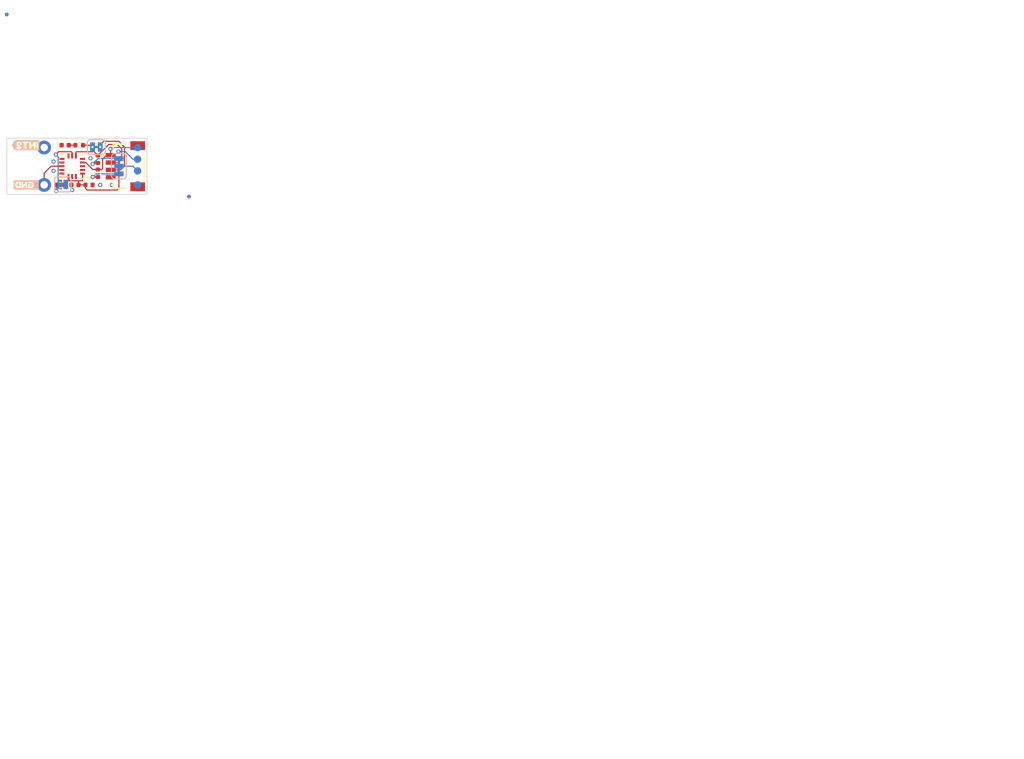
<source format=kicad_pcb>
(kicad_pcb (version 20241229) (generator "pcbnew") (generator_version "9.0")
  (title_block (title "SparkFun Ambient Light Sensor - VEML7700") (date "2025-04-24") (rev "v10") (company "SparkFun Electronics") (comment 1 "Original Design by: Paul Clark") (comment 2 "Designed by: Elias Santistevan"))
  (layers (0 "F.Cu" signal) (2 "B.Cu" signal) (13 "F.Paste" user) (15 "B.Paste" user) (5 "F.SilkS" user "F.Silkscreen") (7 "B.SilkS" user "B.Silkscreen") (1 "F.Mask" user) (3 "B.Mask" user) (25 "Edge.Cuts" user))
  (net 0 "")
  (net 1 "3.3V")
  (net 2 "GND")
  (net 3 "Net-(D1-A)")
  (net 8 "Net-(JP1-A)")
  (net 9 "Net-(JP2-A)")
  (net 10 "Net-(JP2-C)")
  (net 11 "SDA")
  (net 12 "SCL")
  (net 13 "ADDR{slash}SDO")
  (net 14 "INT1")
  (footprint "SparkFun-Connector:1x01" (layer "F.Cu") (at 128.346 103.5035)
    (property "Reference" "J3")
    (property "Value" "Conn_01x01")
    (pad "1" thru_hole circle (at 0 0 90) (size 1.8796 1.8796) (drill 1.016) (layers "*.Cu" "*.Mask") (net 2 "GND"))
  )
  (footprint "SparkFun-Aesthetic:Fiducial_0.5mm_Mask1mm" (layer "F.Cu") (at 123.266 85.406)
    (property "Reference" "FID3")
    (property "Value" "Fiducial_0.5mm" (hide yes))
    (pad "" smd circle (at 0 0) (size 0.5 0.5) (layers "F.Cu" "F.Mask") (clearance 0.25))
  )
  (footprint "SparkFun-Connector:1x01" (layer "F.Cu") (at 128.346 108.5835)
    (property "Reference" "J4")
    (property "Value" "Conn_01x01")
    (pad "1" thru_hole circle (at 0 0 90) (size 1.8796 1.8796) (drill 1.016) (layers "*.Cu" "*.Mask") (net 14 "INT1"))
  )
  (footprint "SparkFun-Resistor:R_0402_1005Metric" (layer "F.Cu") (at 130.5685 108.5835)
    (property "Reference" "R2" (hide yes))
    (property "Value" "10k" (hide yes))
    (fp_line (start -0.153641 -0.38) (end 0.153641 -0.38) (stroke (width 0.12)) (layer "F.SilkS"))
    (fp_line (start -0.153641 0.38) (end 0.153641 0.38) (stroke (width 0.12)) (layer "F.SilkS"))
    (pad "1" smd roundrect (at -0.51 0) (size 0.54 0.64) (layers "F.Cu" "F.Mask" "F.Paste") (net 13 "ADDR{slash}SDO"))
    (pad "2" smd roundrect (at 0.51 0) (size 0.54 0.64) (layers "F.Cu" "F.Mask" "F.Paste") (net 1 "3.3V"))
  )
  (footprint "kibuzzard-6838B97C" (layer "F.Cu") (at 125.806 108.5835 180)
    (property "Reference" "kibuzzard-6838B97C" (hide yes))
    (property "Value" "G***" (hide yes))
    (fp_poly (pts (xy 0.972103 0.215021) (xy 1.076395 0.215021) (xy 1.157833 0.19941) (xy 1.227039 0.152575) (xy 1.274356 0.08353) (xy 1.290129 0.001288) (xy 1.274356 -0.081116) (xy 1.227039 -0.150644) (xy 1.157511 -0.197961) (xy 1.075107 -0.213734) (xy 0.972103 -0.213734) (xy 0.972103 0.215021)) (fill yes) (layer "F.SilkS"))
    (fp_poly (pts (xy -1.042918 -0.625751) (xy -1.686695 -0.625751) (xy -1.686695 0.625751) (xy -1.042918 0.625751) (xy -0.5897 0.625751) (xy -0.5897 0.464807) (xy -0.679185 0.456035) (xy -0.762232 0.429721) (xy -0.838841 0.385864) (xy -0.909013 0.324464) (xy -0.967597 0.250832) (xy -1.009442 0.170279) (xy -1.034549 0.082806) (xy -1.042918 -0.011588) (xy -1.034429 -0.101596) (xy -1.008959 -0.184925) (xy -0.96651 -0.261575) (xy -0.907082 -0.331545) (xy -0.835743 -0.389847) (xy -0.757564 -0.431491) (xy -0.672546 -0.456478) (xy -0.580687 -0.464807) (xy -0.513895 -0.460139) (xy -0.442275 -0.446137) (xy -0.374517 -0.423766) (xy -0.319313 -0.393991) (xy -0.283262 -0.36824) (xy -0.259442 -0.341202) (xy -0.24721 -0.303863) (xy -0.276824 -0.23176) (xy -0.324464 -0.180579) (xy -0.372103 -0.163519) (xy -0.441631 -0.193133) (xy -0.507618 -0.220172) (xy -0.587124 -0.229185) (xy -0.671781 -0.213251) (xy -0.742918 -0.165451) (xy -0.791202 -0.094474) (xy -0.807296 -0.009013) (xy -0.790558 0.079185) (xy -0.740343 0.155794) (xy -0.667918 0.208906) (xy -0.584549 0.226609) (xy -0.510515 0.222425) (xy -0.455794 0.209871) (xy -0.455794 0.099142) (xy -0.551073 0.099142) (xy -0.585837 0.09721) (xy -0.612876 0.08691) (xy -0.634764 0.056652) (xy -0.641202 -0.001288) (xy -0.63412 -0.05794) (xy -0.6103 -0.088197) (xy -0.581974 -0.098498) (xy -0.54721 -0.100429) (xy -0.321888 -0.100429) (xy -0.272318 -0.091416) (xy -0.24206 -0.074678) (xy -0.226609 -0.048927) (xy -0.220815 -0.020601) (xy -0.220172 0.011588) (xy -0.220172 0.275536) (xy -0.251073 0.349571) (xy -0.287446 0.384818) (xy -0.334764 0.414592) (xy -0.406009 0.442489) (xy -0.490987 0.459227) (xy -0.5897 0.464807) (xy -0.5897 0.625751) (xy -0.0103 0.625751) (xy -0.0103 0.451931) (xy -0.076609 0.442918) (xy -0.111373 0.413948) (xy -0.123605 0.378541) (xy -0.12618 0.333476) (xy -0.12618 -0.334764) (xy -0.123605 -0.377897) (xy -0.11073 -0.412017) (xy -0.075322 -0.4397) (xy -0.007725 -0.448069) (xy 0.050858 -0.440343) (xy 0.083691 -0.424249) (xy 0.106867 -0.397854) (xy 0.428755 0.034764) (xy 0.428755 -0.334764) (xy 0.43133 -0.377253) (xy 0.444206 -0.411373) (xy 0.480258 -0.439056) (xy 0.54721 -0.448069) (xy 0.614163 -0.439056) (xy 0.650215 -0.409442) (xy 0.662446 -0.374034) (xy 0.664378 -0.329614) (xy 0.664378 0.334764) (xy 0.662446 0.379185) (xy 0.650215 0.413948) (xy 0.614163 0.442918) (xy 0.545923 0.451931) (xy 0.479614 0.44485) (xy 0.441631 0.417167) (xy 0.108155 -0.023176) (xy 0.108155 0.334764) (xy 0.106223 0.379185) (xy 0.093991 0.413948) (xy 0.05794 0.442918) (xy -0.0103 0.451931) (xy -0.0103 0.625751) (xy 0.853648 0.625751) (xy 0.853648 0.450644) (xy 0.788627 0.441631) (xy 0.753219 0.413948) (xy 0.7397 0.377897) (xy 0.736481 0.332189) (xy 0.736481 -0.333476) (xy 0.738412 -0.376609) (xy 0.750644 -0.412017) (xy 0.786695 -0.440987) (xy 0.854936 -0.449356) (xy 1.076395 -0.449356) (xy 1.165236 -0.441148) (xy 1.247639 -0.416524) (xy 1.323605 -0.375483) (xy 1.393133 -0.318026) (xy 1.451153 -0.249142) (xy 1.492597 -0.17382) (xy 1.517462 -0.09206) (xy 1.525751 -0.003863) (xy 1.517462 0.086709) (xy 1.492597 0.17044) (xy 1.451153 0.247331) (xy 1.393133 0.317382) (xy 1.323364 0.375684) (xy 1.246674 0.417328) (xy 1.163063 0.442315) (xy 1.072532 0.450644) (xy 0.853648 0.450644) (xy 0.853648 0.625751) (xy 1.525751 0.625751) (xy 1.686695 0.625751) (xy 1.686695 -0.625751) (xy 1.525751 -0.625751) (xy -1.042918 -0.625751)) (fill yes) (layer "F.SilkS"))
  )
  (footprint "SparkFun-Resistor:R_0402_1005Metric" (layer "F.Cu") (at 133.1085 103.186 180)
    (property "Reference" "R3" (hide yes))
    (property "Value" "4.7k" (hide yes))
    (fp_line (start -0.153641 0.38) (end 0.153641 0.38) (stroke (width 0.12)) (layer "F.SilkS"))
    (fp_line (start -0.153641 -0.38) (end 0.153641 -0.38) (stroke (width 0.12)) (layer "F.SilkS"))
    (pad "1" smd roundrect (at -0.51 0 180) (size 0.54 0.64) (layers "F.Cu" "F.Mask" "F.Paste") (net 8 "Net-(JP1-A)"))
    (pad "2" smd roundrect (at 0.51 0 180) (size 0.54 0.64) (layers "F.Cu" "F.Mask" "F.Paste") (net 3 "Net-(D1-A)"))
  )
  (footprint "SparkFun-Resistor:R_0402_1005Metric" (layer "F.Cu") (at 135.6485 105.091 -90)
    (property "Reference" "R1" (hide yes))
    (property "Value" "2.2k" (hide yes))
    (fp_line (start -0.153641 0.38) (end 0.153641 0.38) (stroke (width 0.12)) (layer "F.SilkS"))
    (fp_line (start -0.153641 -0.38) (end 0.153641 -0.38) (stroke (width 0.12)) (layer "F.SilkS"))
    (pad "1" smd roundrect (at -0.51 0 270) (size 0.54 0.64) (layers "F.Cu" "F.Mask" "F.Paste") (net 11 "SDA"))
    (pad "2" smd roundrect (at 0.51 0 270) (size 0.54 0.64) (layers "F.Cu" "F.Mask" "F.Paste") (net 10 "Net-(JP2-C)"))
  )
  (footprint "SparkFun-LED:LED_0402_1005Metric" (layer "F.Cu") (at 131.2035 103.186)
    (property "Reference" "D1")
    (property "Value" "Red")
    (fp_line (start -1 -0.4) (end -1 0.4) (stroke (width 0.12)) (layer "F.SilkS"))
    (pad "1" smd roundrect (at -0.485 0) (size 0.59 0.64) (layers "F.Cu" "F.Mask" "F.Paste") (net 2 "GND"))
    (pad "2" smd roundrect (at 0.485 0) (size 0.59 0.64) (layers "F.Cu" "F.Mask" "F.Paste") (net 3 "Net-(D1-A)"))
  )
  (footprint "SparkFun-Aesthetic:Fiducial_0.5mm_Mask1mm" (layer "F.Cu") (at 148.031 110.171)
    (property "Reference" "FID4" (hide yes))
    (property "Value" "Fiducial_0.5mm")
    (pad "" smd circle (at 0 0) (size 0.5 0.5) (layers "F.Cu" "F.Mask") (clearance 0.25))
  )
  (footprint "SparkFun-Capacitor:C_0402_1005Metric" (layer "F.Cu") (at 132.537 108.5835 180)
    (property "Reference" "C3")
    (property "Value" "0.1uF")
    (fp_line (start -0.107836 0.36) (end 0.107836 0.36) (stroke (width 0.12)) (layer "F.SilkS"))
    (fp_line (start -0.107836 -0.36) (end 0.107836 -0.36) (stroke (width 0.12)) (layer "F.SilkS"))
    (pad "1" smd roundrect (at -0.48 0 180) (size 0.56 0.62) (layers "F.Cu" "F.Mask" "F.Paste") (net 1 "3.3V"))
    (pad "2" smd roundrect (at 0.48 0 180) (size 0.56 0.62) (layers "F.Cu" "F.Mask" "F.Paste") (net 2 "GND"))
  )
  (footprint "SparkFun-Sensor:LGA-16-3X3" (layer "F.Cu") (at 132.156 106.0435 180)
    (property "Reference" "U1" (hide yes))
    (property "Value" "LIS3DH" (hide yes))
    (fp_line (start 1.7 1.3722) (end 1.7 1.6524) (stroke (width 0.2032)) (layer "F.SilkS"))
    (fp_line (start 1.654 -1.7) (end 1.654 -1.4198) (stroke (width 0.2032)) (layer "F.SilkS"))
    (fp_line (start 1.192 1.6524) (end 1.7 1.6524) (stroke (width 0.2032)) (layer "F.SilkS"))
    (fp_line (start 1.146 -1.7) (end 1.654 -1.7) (stroke (width 0.2032)) (layer "F.SilkS"))
    (fp_line (start -1.146 -1.7) (end -1.654 -1.7) (stroke (width 0.2032)) (layer "F.SilkS"))
    (fp_line (start -1.654 -1.7) (end -1.654 -1.4198) (stroke (width 0.2032)) (layer "F.SilkS"))
    (fp_line (start -1.7 1.6524) (end -1.192 1.6524) (stroke (width 0.2032)) (layer "F.SilkS"))
    (fp_line (start -1.7 1.3722) (end -1.7 1.6524) (stroke (width 0.2032)) (layer "F.SilkS"))
    (fp_circle (center -2.2 -1.6) (end -2.073 -1.6) (stroke (width 0.254)) (fill yes) (layer "F.SilkS"))
    (pad "1" smd rect (at -1.4 -1) (size 0.7 0.28) (layers "F.Cu" "F.Mask" "F.Paste") (net 1 "3.3V"))
    (pad "2" smd rect (at -1.4 -0.5 180) (size 0.7 0.28) (layers "F.Cu" "F.Mask" "F.Paste"))
    (pad "3" smd rect (at -1.4 0 180) (size 0.7 0.28) (layers "F.Cu" "F.Mask" "F.Paste"))
    (pad "4" smd rect (at -1.4 0.5 180) (size 0.7 0.28) (layers "F.Cu" "F.Mask" "F.Paste") (net 12 "SCL"))
    (pad "5" smd rect (at -1.4 1) (size 0.7 0.28) (layers "F.Cu" "F.Mask" "F.Paste") (net 2 "GND"))
    (pad "6" smd rect (at -0.5 1.4 270) (size 0.7 0.28) (layers "F.Cu" "F.Mask" "F.Paste") (net 11 "SDA"))
    (pad "7" smd rect (at 0 1.4 270) (size 0.7 0.28) (layers "F.Cu" "F.Mask" "F.Paste") (net 13 "ADDR{slash}SDO"))
    (pad "8" smd rect (at 0.5 1.4 270) (size 0.7 0.28) (layers "F.Cu" "F.Mask" "F.Paste"))
    (pad "9" smd rect (at 1.4 1) (size 0.7 0.28) (layers "F.Cu" "F.Mask" "F.Paste"))
    (pad "10" smd rect (at 1.4 0.5) (size 0.7 0.28) (layers "F.Cu" "F.Mask" "F.Paste") (net 2 "GND"))
    (pad "11" smd rect (at 1.4 0) (size 0.7 0.28) (layers "F.Cu" "F.Mask" "F.Paste") (net 14 "INT1"))
    (pad "12" smd rect (at 1.4 -0.5) (size 0.7 0.28) (layers "F.Cu" "F.Mask" "F.Paste") (net 2 "GND"))
    (pad "13" smd rect (at 1.4 -1) (size 0.7 0.28) (layers "F.Cu" "F.Mask" "F.Paste"))
    (pad "14" smd rect (at 0.5 -1.4 90) (size 0.7 0.28) (layers "F.Cu" "F.Mask" "F.Paste") (net 1 "3.3V"))
    (pad "15" smd rect (at 0 -1.4 90) (size 0.7 0.28) (layers "F.Cu" "F.Mask" "F.Paste"))
    (pad "16" smd rect (at -0.5 -1.4 90) (size 0.7 0.28) (layers "F.Cu" "F.Mask" "F.Paste"))
  )
  (footprint "SparkFun-Connector:JST_SMD_1.0mm-4_Black" (layer "F.Cu") (at 137.3835 106.0435 90)
    (property "Reference" "J2")
    (property "Value" "Qwiic_RA")
    (fp_line (start 3 0.35) (end 3 2) (stroke (width 0.2032)) (layer "F.SilkS"))
    (fp_line (start 2.25 0.35) (end 3 0.35) (stroke (width 0.2032)) (layer "F.SilkS"))
    (fp_line (start -3 0.35) (end -2.25 0.35) (stroke (width 0.2032)) (layer "F.SilkS"))
    (fp_line (start -3 2) (end -3 0.35) (stroke (width 0.2032)) (layer "F.SilkS"))
    (fp_line (start -1.5 4.6) (end 1.5 4.6) (stroke (width 0.2032)) (layer "F.SilkS"))
    (pad "1" smd rect (at -1.5 0 90) (size 0.6 1.35) (layers "F.Cu" "F.Mask" "F.Paste") (net 2 "GND"))
    (pad "2" smd rect (at -0.5 0 90) (size 0.6 1.35) (layers "F.Cu" "F.Mask" "F.Paste") (net 1 "3.3V"))
    (pad "3" smd rect (at 0.5 0 90) (size 0.6 1.35) (layers "F.Cu" "F.Mask" "F.Paste") (net 11 "SDA"))
    (pad "4" smd rect (at 1.5 0 90) (size 0.6 1.35) (layers "F.Cu" "F.Mask" "F.Paste") (net 12 "SCL"))
    (pad "NC1" smd rect (at 2.8 3.675 90) (size 1.2 2) (layers "F.Cu" "F.Mask" "F.Paste"))
    (pad "NC2" smd rect (at -2.8 3.675 90) (size 1.2 2) (layers "F.Cu" "F.Mask" "F.Paste"))
  )
  (footprint "SparkFun-Resistor:R_0402_1005Metric" (layer "F.Cu") (at 135.6485 106.996 -90)
    (property "Reference" "R6")
    (property "Value" "2.2k")
    (fp_line (start -0.153641 0.38) (end 0.153641 0.38) (stroke (width 0.12)) (layer "F.SilkS"))
    (fp_line (start -0.153641 -0.38) (end 0.153641 -0.38) (stroke (width 0.12)) (layer "F.SilkS"))
    (pad "1" smd roundrect (at -0.51 0 270) (size 0.54 0.64) (layers "F.Cu" "F.Mask" "F.Paste") (net 12 "SCL"))
    (pad "2" smd roundrect (at 0.51 0 270) (size 0.54 0.64) (layers "F.Cu" "F.Mask" "F.Paste") (net 9 "Net-(JP2-A)"))
  )
  (footprint "SparkFun-Aesthetic:Creative_Commons_License" (layer "F.Cu") (at 214.63 168.91)
    (property "Reference" "G4" (hide yes))
    (property "Value" "OSHW_Logo" (hide yes))
  )
  (footprint "SparkFun-Capacitor:C_0402_1005Metric" (layer "F.Cu") (at 134.442 108.5835)
    (property "Reference" "C4")
    (property "Value" "10uF")
    (fp_line (start -0.107836 -0.36) (end 0.107836 -0.36) (stroke (width 0.12)) (layer "F.SilkS"))
    (fp_line (start -0.107836 0.36) (end 0.107836 0.36) (stroke (width 0.12)) (layer "F.SilkS"))
    (pad "1" smd roundrect (at -0.48 0) (size 0.56 0.62) (layers "F.Cu" "F.Mask" "F.Paste") (net 1 "3.3V"))
    (pad "2" smd roundrect (at 0.48 0) (size 0.56 0.62) (layers "F.Cu" "F.Mask" "F.Paste") (net 2 "GND"))
  )
  (footprint "SparkFun-Hardware:Standoff" (layer "F.Cu") (at 125.4885 106.0435)
    (property "Reference" "ST1")
    (property "Value" "Standoff" (hide yes))
    (pad "" np_thru_hole circle (at 0 0) (size 3.1 3.1) (drill 3.1) (layers "*.Cu" "*.Mask"))
  )
  (footprint "kibuzzard-6838B753" (layer "F.Cu") (at 125.806 103.186)
    (property "Reference" "kibuzzard-6838B753" (hide yes))
    (property "Value" "G***" (hide yes))
    (fp_poly (pts (xy -1.200525 -0.681688) (xy -1.379351 -0.681688) (xy -1.83381 0) (xy -1.379351 0.681688) (xy -1.200525 0.681688) (xy -1.070339 0.681688) (xy -1.070339 0.5) (xy -1.144731 0.489986) (xy -1.184788 0.457082) (xy -1.198379 0.41774) (xy -1.200525 0.368383) (xy -1.200525 -0.371245) (xy -1.198379 -0.41917) (xy -1.184788 -0.458512) (xy -1.144731 -0.491416) (xy -1.068908 -0.501431) (xy -0.994516 -0.491416) (xy -0.954459 -0.458512) (xy -0.940868 -0.41917) (xy -0.938722 -0.369814) (xy -0.938722 0.369814) (xy -0.940868 0.41917) (xy -0.954459 0.457797) (xy -0.994516 0.489986) (xy -1.070339 0.5) (xy -1.070339 0.681688) (xy -0.729852 0.681688) (xy -0.729852 0.5) (xy -0.803529 0.489986) (xy -0.842155 0.457797) (xy -0.855746 0.418455) (xy -0.858608 0.368383) (xy -0.858608 -0.374106) (xy -0.855746 -0.422031) (xy -0.84144 -0.459943) (xy -0.802098 -0.490701) (xy -0.726991 -0.5) (xy -0.661898 -0.491416) (xy -0.625417 -0.473534) (xy -0.599666 -0.444206) (xy -0.242012 0.036481) (xy -0.242012 -0.374106) (xy -0.239151 -0.421316) (xy -0.224845 -0.459227) (xy -0.184788 -0.489986) (xy -0.110396 -0.5) (xy -0.036004 -0.489986) (xy 0.004053 -0.457082) (xy 0.017644 -0.41774) (xy 0.01979 -0.368383) (xy 0.01979 0.369814) (xy 0.017644 0.41917) (xy 0.004053 0.457797) (xy -0.036004 0.489986) (xy -0.111826 0.5) (xy -0.185503 0.492132) (xy -0.227706 0.461373) (xy -0.598236 -0.027897) (xy -0.598236 0.369814) (xy -0.600381 0.41917) (xy -0.613972 0.457797) (xy -0.65403 0.489986) (xy -0.729852 0.5) (xy -0.729852 0.681688) (xy 0.516214 0.681688) (xy 0.516214 0.5) (xy 0.442537 0.489986) (xy 0.40391 0.457797) (xy 0.391035 0.41917) (xy 0.388889 0.371245) (xy 0.388889 -0.282546) (xy 0.190033 -0.282546) (xy 0.149261 -0.284692) (xy 0.117072 -0.296137) (xy 0.08989 -0.329757) (xy 0.081307 -0.394134) (xy 0.08989 -0.456366) (xy 0.117787 -0.48927) (xy 0.150691 -0.500715) (xy 0.191464 -0.502861) (xy 0.845255 -0.502861) (xy 0.886028 -0.500715) (xy 0.918216 -0.48927) (xy 0.945398 -0.455651) (xy 0.953982 -0.392704) (xy 0.945398 -0.329757) (xy 0.917501 -0.296137) (xy 0.884597 -0.284692) (xy 0.843825 -0.282546) (xy 0.6464 -0.282546) (xy 0.6464 0.372675) (xy 0.644254 0.420601) (xy 0.630663 0.458512) (xy 0.590606 0.489986) (xy 0.516214 0.5) (xy 0.516214 0.681688) (xy 1.34597 0.681688) (xy 1.34597 0.502861) (xy 1.245827 0.474249) (xy 1.217215 0.372675) (xy 1.217215 -0.110873) (xy 1.202909 -0.097997) (xy 1.114926 -0.056509) (xy 1.029804 -0.106581) (xy 0.985455 -0.201001) (xy 1.001907 -0.246781) (xy 1.045541 -0.295422) (xy 1.227229 -0.458512) (xy 1.250119 -0.47711) (xy 1.347401 -0.501431) (xy 1.447544 -0.472103) (xy 1.476156 -0.369814) (xy 1.476156 0.374106) (xy 1.447544 0.474249) (xy 1.34597 0.502861) (xy 1.34597 0.681688) (xy 1.476156 0.681688) (xy 1.83381 0.681688) (xy 1.83381 -0.681688) (xy 1.476156 -0.681688) (xy -1.200525 -0.681688)) (fill yes) (layer "F.SilkS"))
  )
  (footprint "SparkFun-Jumper:Jumper_2_NO" (layer "B.Cu") (at 130.886 108.52 180)
    (property "Reference" "JP3" (hide yes))
    (property "Value" "ADDR" (hide yes))
    (fp_line (start 1.1176 -0.762) (end 1.1176 0.762) (stroke (width 0.1524)) (layer "B.SilkS"))
    (fp_line (start 0.8636 -1.016) (end -0.8636 -1.016) (stroke (width 0.1524)) (layer "B.SilkS"))
    (fp_line (start -0.8636 1.016) (end 0.8636 1.016) (stroke (width 0.1524)) (layer "B.SilkS"))
    (fp_line (start -1.1176 -0.762) (end -1.1176 0.762) (stroke (width 0.1524)) (layer "B.SilkS"))
    (fp_arc (start 1.1176 0.762) (mid 1.043205 0.941605) (end 0.8636 1.016) (stroke (width 0.1524)) (layer "B.SilkS"))
    (fp_arc (start 0.8636 -1.016) (mid 1.043205 -0.941605) (end 1.1176 -0.762) (stroke (width 0.1524)) (layer "B.SilkS"))
    (fp_arc (start -0.8636 1.016) (mid -1.043205 0.941605) (end -1.1176 0.762) (stroke (width 0.1524)) (layer "B.SilkS"))
    (fp_arc (start -1.1176 -0.762) (mid -1.043205 -0.941605) (end -0.8636 -1.016) (stroke (width 0.1524)) (layer "B.SilkS"))
    (pad "1" smd rect (at -0.4064 0 180) (size 0.635 1.27) (layers "B.Cu" "B.Mask") (net 2 "GND"))
    (pad "2" smd rect (at 0.4064 0 180) (size 0.635 1.27) (layers "B.Cu" "B.Mask") (net 13 "ADDR{slash}SDO"))
  )
  (footprint "SparkFun-Connector:TestPoint-1.0mm" (layer "B.Cu") (at 141.046 106.6785 180)
    (property "Reference" "TP3")
    (property "Value" "1.0mm")
    (pad "1" smd roundrect (at 0 0 180) (size 1.016 1.016) (layers "B.Cu" "B.Mask") (roundrect_rratio 0.5) (net 1 "3.3V"))
  )
  (footprint "SparkFun-Connector:TestPoint-1.0mm" (layer "B.Cu") (at 141.046 103.5035 180)
    (property "Reference" "TP1")
    (property "Value" "1.0mm")
    (pad "1" smd roundrect (at 0 0 180) (size 1.016 1.016) (layers "B.Cu" "B.Mask") (roundrect_rratio 0.5) (net 12 "SCL"))
  )
  (footprint "SparkFun-Jumper:Jumper_3_NC-2_Trace" (layer "B.Cu") (at 138.506 106.0435 90)
    (property "Reference" "JP2" (hide yes))
    (property "Value" "I2C" (hide yes))
    (fp_poly (pts (xy -0.7707 0.15) (xy -0.2707 0.15) (xy -0.2707 -0.15) (xy -0.7707 -0.15)) (fill yes) (layer "B.Cu"))
    (fp_poly (pts (xy 0.262 0.173) (xy 0.762 0.173) (xy 0.762 -0.127) (xy 0.262 -0.127)) (fill yes) (layer "B.Cu"))
    (fp_line (start -1.27 -1.016) (end 1.27 -1.016) (stroke (width 0.1524)) (layer "B.SilkS"))
    (fp_line (start 1.7272 0.5588) (end 1.7272 -0.5588) (stroke (width 0.1524)) (layer "B.SilkS"))
    (fp_line (start -1.7272 0.5588) (end -1.7272 -0.5588) (stroke (width 0.1524)) (layer "B.SilkS"))
    (fp_line (start 1.27 1.016) (end -1.27 1.016) (stroke (width 0.1524)) (layer "B.SilkS"))
    (fp_arc (start 1.27 -1.016) (mid 1.593289 -0.882089) (end 1.7272 -0.5588) (stroke (width 0.1524)) (layer "B.SilkS"))
    (fp_arc (start -1.7272 -0.5588) (mid -1.593289 -0.882089) (end -1.27 -1.016) (stroke (width 0.1524)) (layer "B.SilkS"))
    (fp_arc (start 1.7272 0.5588) (mid 1.593289 0.882089) (end 1.27 1.016) (stroke (width 0.1524)) (layer "B.SilkS"))
    (fp_arc (start -1.27 1.016) (mid -1.593289 0.882089) (end -1.7272 0.5588) (stroke (width 0.1524)) (layer "B.SilkS"))
    (pad "1" smd rect (at -1.0414 0 90) (size 0.6604 1.27) (layers "B.Cu" "B.Mask") (net 9 "Net-(JP2-A)"))
    (pad "2" smd rect (at 0 0 90) (size 0.6604 1.27) (layers "B.Cu" "B.Mask") (net 1 "3.3V"))
    (pad "3" smd rect (at 1.0414 0 270) (size 0.6604 1.27) (layers "B.Cu" "B.Mask") (net 10 "Net-(JP2-C)"))
  )
  (footprint "SparkFun-Jumper:Jumper_2_NC_Trace" (layer "B.Cu") (at 135.4453 103.44)
    (property "Reference" "JP1" (hide yes))
    (property "Value" "LED" (hide yes))
    (fp_poly (pts (xy -0.25 0.15) (xy 0.25 0.15) (xy 0.25 -0.15) (xy -0.25 -0.15)) (fill yes) (layer "B.Cu"))
    (fp_line (start -1.2192 0.5588) (end -1.2192 -0.5588) (stroke (width 0.1524)) (layer "B.SilkS"))
    (fp_line (start -0.762 -1.016) (end 0.762 -1.016) (stroke (width 0.1524)) (layer "B.SilkS"))
    (fp_line (start 0.762 1.016) (end -0.762 1.016) (stroke (width 0.1524)) (layer "B.SilkS"))
    (fp_line (start 1.2192 0.5588) (end 1.2192 -0.5588) (stroke (width 0.1524)) (layer "B.SilkS"))
    (fp_arc (start -1.2192 -0.5588) (mid -1.085289 -0.882089) (end -0.762 -1.016) (stroke (width 0.1524)) (layer "B.SilkS"))
    (fp_arc (start -0.762 1.016) (mid -1.085289 0.882089) (end -1.2192 0.5588) (stroke (width 0.1524)) (layer "B.SilkS"))
    (fp_arc (start 0.762 -1.016) (mid 1.085289 -0.882089) (end 1.2192 -0.5588) (stroke (width 0.1524)) (layer "B.SilkS"))
    (fp_arc (start 1.2192 0.5588) (mid 1.085289 0.882089) (end 0.762 1.016) (stroke (width 0.1524)) (layer "B.SilkS"))
    (pad "1" smd rect (at -0.5207 0) (size 0.6604 1.27) (layers "B.Cu" "B.Mask") (net 8 "Net-(JP1-A)"))
    (pad "2" smd rect (at 0.5207 0) (size 0.6604 1.27) (layers "B.Cu" "B.Mask") (net 1 "3.3V"))
  )
  (footprint "SparkFun-Aesthetic:Fiducial_0.5mm_Mask1mm" (layer "B.Cu") (at 123.266 85.406 180)
    (property "Reference" "FID2")
    (property "Value" "Fiducial_0.5mm" (hide yes))
    (pad "" smd circle (at 0 0 180) (size 0.5 0.5) (layers "B.Cu" "B.Mask") (clearance 0.25))
  )
  (footprint "SparkFun-Aesthetic:Fiducial_0.5mm_Mask1mm" (layer "B.Cu") (at 148.031 110.171 180)
    (property "Reference" "FID1" (hide yes))
    (property "Value" "Fiducial_0.5mm")
    (pad "" smd circle (at 0 0 180) (size 0.5 0.5) (layers "B.Cu" "B.Mask") (clearance 0.25))
  )
  (footprint "SparkFun-Connector:TestPoint-1.0mm" (layer "B.Cu") (at 141.046 108.5835 180)
    (property "Reference" "TP4")
    (property "Value" "1.0mm")
    (pad "1" smd roundrect (at 0 0 180) (size 1.016 1.016) (layers "B.Cu" "B.Mask") (roundrect_rratio 0.5) (net 2 "GND"))
  )
  (footprint "kibuzzard-6838BA16" (layer "B.Cu") (at 125.806 103.186 180)
    (property "Reference" "kibuzzard-6838BA16" (hide yes))
    (property "Value" "G***" (hide yes))
    (fp_poly (pts (xy -1.717215 0.688126) (xy -1.896042 0.688126) (xy -1.896042 -0.688126) (xy -1.717215 -0.688126) (xy -1.587029 -0.688126) (xy -1.587029 -0.506438) (xy -1.661421 -0.496423) (xy -1.701478 -0.463519) (xy -1.715069 -0.424177) (xy -1.717215 -0.374821) (xy -1.717215 0.364807) (xy -1.715069 0.412732) (xy -1.701478 0.452074) (xy -1.661421 0.484979) (xy -1.585598 0.494993) (xy -1.511206 0.484979) (xy -1.471149 0.452074) (xy -1.457558 0.412732) (xy -1.455412 0.363376) (xy -1.455412 -0.376252) (xy -1.457558 -0.425608) (xy -1.471149 -0.464235) (xy -1.511206 -0.496423) (xy -1.587029 -0.506438) (xy -1.587029 -0.688126) (xy -1.246543 -0.688126) (xy -1.246543 -0.506438) (xy -1.320219 -0.496423) (xy -1.358846 -0.464235) (xy -1.372437 -0.424893) (xy -1.375298 -0.374821) (xy -1.375298 0.367668) (xy -1.372437 0.415594) (xy -1.358131 0.453505) (xy -1.318789 0.484263) (xy -1.243681 0.493562) (xy -1.178588 0.484979) (xy -1.142108 0.467096) (xy -1.116357 0.437768) (xy -0.758703 -0.042918) (xy -0.758703 0.367668) (xy -0.755842 0.414878) (xy -0.741536 0.45279) (xy -0.701478 0.483548) (xy -0.627086 0.493562) (xy -0.552694 0.483548) (xy -0.512637 0.450644) (xy -0.499046 0.411302) (xy -0.4969 0.361946) (xy -0.4969 -0.376252) (xy -0.499046 -0.425608) (xy -0.512637 -0.464235) (xy -0.552694 -0.496423) (xy -0.628517 -0.506438) (xy -0.702194 -0.498569) (xy -0.744397 -0.467811) (xy -1.114926 0.021459) (xy -1.114926 -0.376252) (xy -1.117072 -0.425608) (xy -1.130663 -0.464235) (xy -1.17072 -0.496423) (xy -1.246543 -0.506438) (xy -1.246543 -0.688126) (xy -0.000477 -0.688126) (xy -0.000477 -0.506438) (xy -0.074154 -0.496423) (xy -0.11278 -0.464235) (xy -0.125656 -0.425608) (xy -0.127802 -0.377682) (xy -0.127802 0.276109) (xy -0.326657 0.276109) (xy -0.36743 0.278255) (xy -0.399619 0.2897) (xy -0.4268 0.323319) (xy -0.435384 0.387697) (xy -0.4268 0.449928) (xy -0.398903 0.482833) (xy -0.365999 0.494278) (xy -0.325227 0.496423) (xy 0.328565 0.496423) (xy 0.369337 0.494278) (xy 0.401526 0.482833) (xy 0.428708 0.449213) (xy 0.437291 0.386266) (xy 0.428708 0.323319) (xy 0.400811 0.2897) (xy 0.367907 0.278255) (xy 0.327134 0.276109) (xy 0.129709 0.276109) (xy 0.129709 -0.379113) (xy 0.127563 -0.427039) (xy 0.113972 -0.46495) (xy 0.073915 -0.496423) (xy -0.000477 -0.506438) (xy -0.000477 -0.688126) (xy 0.608965 -0.688126) (xy 0.608965 -0.509299) (xy 0.517406 -0.469957) (xy 0.478779 -0.376252) (xy 0.491655 -0.303648) (xy 0.530281 -0.237482) (xy 0.579995 -0.186516) (xy 0.649022 -0.133763) (xy 0.724487 -0.084585) (xy 0.793515 -0.044349) (xy 0.855567 -0.004292) (xy 0.91011 0.044349) (xy 0.9482 0.097997) (xy 0.960897 0.153076) (xy 0.955889 0.190987) (xy 0.924416 0.228183) (xy 0.85217 0.247496) (xy 0.768479 0.217811) (xy 0.740582 0.128755) (xy 0.738436 0.082976) (xy 0.724845 0.046495) (xy 0.684788 0.016452) (xy 0.608965 0.007153) (xy 0.534573 0.017167) (xy 0.494516 0.050072) (xy 0.480925 0.089413) (xy 0.478779 0.13877) (xy 0.490224 0.23017) (xy 0.524559 0.31553) (xy 0.581784 0.39485) (xy 0.657447 0.458433) (xy 0.747099 0.496582) (xy 0.850739 0.509299) (xy 0.949452 0.497059) (xy 1.037673 0.46034) (xy 1.115403 0.399142) (xy 1.175807 0.320458) (xy 1.212049 0.231283) (xy 1.22413 0.131617) (xy 1.217155 0.059371) (xy 1.196233 -0.008584) (xy 1.163865 -0.069385) (xy 1.122556 -0.120172) (xy 1.035289 -0.195279) (xy 0.949452 -0.246066) (xy 1.128278 -0.246066) (xy 1.177635 -0.248927) (xy 1.216261 -0.263233) (xy 1.24845 -0.30329) (xy 1.258464 -0.379113) (xy 1.24845 -0.45279) (xy 1.215546 -0.492132) (xy 1.174773 -0.506438) (xy 1.125417 -0.509299) (xy 0.608965 -0.509299) (xy 0.608965 -0.688126) (xy 1.258464 -0.688126) (xy 1.437291 -0.688126) (xy 1.896042 0) (xy 1.437291 0.688126) (xy 1.258464 0.688126) (xy -1.717215 0.688126)) (fill yes) (layer "B.SilkS"))
  )
  (footprint "kibuzzard-67BF7EBF" (layer "B.Cu") (at 125.933 108.5835 180)
    (property "Reference" "kibuzzard-67BF7EBF" (hide yes))
    (property "Value" "G***" (hide yes))
    (fp_poly (pts (xy 0.972103 -0.215021) (xy 1.076395 -0.215021) (xy 1.157833 -0.19941) (xy 1.227039 -0.152575) (xy 1.274356 -0.08353) (xy 1.290129 -0.001288) (xy 1.274356 0.081116) (xy 1.227039 0.150644) (xy 1.157511 0.197961) (xy 1.075107 0.213734) (xy 0.972103 0.213734) (xy 0.972103 -0.215021)) (fill yes) (layer "B.SilkS"))
    (fp_poly (pts (xy -1.042918 0.625751) (xy -1.686695 0.625751) (xy -1.686695 -0.625751) (xy -1.042918 -0.625751) (xy -0.5897 -0.625751) (xy -0.5897 -0.464807) (xy -0.679185 -0.456035) (xy -0.762232 -0.429721) (xy -0.838841 -0.385864) (xy -0.909013 -0.324464) (xy -0.967597 -0.250832) (xy -1.009442 -0.170279) (xy -1.034549 -0.082806) (xy -1.042918 0.011588) (xy -1.034429 0.101596) (xy -1.008959 0.184925) (xy -0.96651 0.261575) (xy -0.907082 0.331545) (xy -0.835743 0.389847) (xy -0.757564 0.431491) (xy -0.672546 0.456478) (xy -0.580687 0.464807) (xy -0.513895 0.460139) (xy -0.442275 0.446137) (xy -0.374517 0.423766) (xy -0.319313 0.393991) (xy -0.283262 0.36824) (xy -0.259442 0.341202) (xy -0.24721 0.303863) (xy -0.276824 0.23176) (xy -0.324464 0.180579) (xy -0.372103 0.163519) (xy -0.441631 0.193133) (xy -0.507618 0.220172) (xy -0.587124 0.229185) (xy -0.671781 0.213251) (xy -0.742918 0.165451) (xy -0.791202 0.094474) (xy -0.807296 0.009013) (xy -0.790558 -0.079185) (xy -0.740343 -0.155794) (xy -0.667918 -0.208906) (xy -0.584549 -0.226609) (xy -0.510515 -0.222425) (xy -0.455794 -0.209871) (xy -0.455794 -0.099142) (xy -0.551073 -0.099142) (xy -0.585837 -0.09721) (xy -0.612876 -0.08691) (xy -0.634764 -0.056652) (xy -0.641202 0.001288) (xy -0.63412 0.05794) (xy -0.6103 0.088197) (xy -0.581974 0.098498) (xy -0.54721 0.100429) (xy -0.321888 0.100429) (xy -0.272318 0.091416) (xy -0.24206 0.074678) (xy -0.226609 0.048927) (xy -0.220815 0.020601) (xy -0.220172 -0.011588) (xy -0.220172 -0.275536) (xy -0.251073 -0.349571) (xy -0.287446 -0.384818) (xy -0.334764 -0.414592) (xy -0.406009 -0.442489) (xy -0.490987 -0.459227) (xy -0.5897 -0.464807) (xy -0.5897 -0.625751) (xy -0.0103 -0.625751) (xy -0.0103 -0.451931) (xy -0.076609 -0.442918) (xy -0.111373 -0.413948) (xy -0.123605 -0.378541) (xy -0.12618 -0.333476) (xy -0.12618 0.334764) (xy -0.123605 0.377897) (xy -0.11073 0.412017) (xy -0.075322 0.4397) (xy -0.007725 0.448069) (xy 0.050858 0.440343) (xy 0.083691 0.424249) (xy 0.106867 0.397854) (xy 0.428755 -0.034764) (xy 0.428755 0.334764) (xy 0.43133 0.377253) (xy 0.444206 0.411373) (xy 0.480258 0.439056) (xy 0.54721 0.448069) (xy 0.614163 0.439056) (xy 0.650215 0.409442) (xy 0.662446 0.374034) (xy 0.664378 0.329614) (xy 0.664378 -0.334764) (xy 0.662446 -0.379185) (xy 0.650215 -0.413948) (xy 0.614163 -0.442918) (xy 0.545923 -0.451931) (xy 0.479614 -0.44485) (xy 0.441631 -0.417167) (xy 0.108155 0.023176) (xy 0.108155 -0.334764) (xy 0.106223 -0.379185) (xy 0.093991 -0.413948) (xy 0.05794 -0.442918) (xy -0.0103 -0.451931) (xy -0.0103 -0.625751) (xy 0.853648 -0.625751) (xy 0.853648 -0.450644) (xy 0.788627 -0.441631) (xy 0.753219 -0.413948) (xy 0.7397 -0.377897) (xy 0.736481 -0.332189) (xy 0.736481 0.333476) (xy 0.738412 0.376609) (xy 0.750644 0.412017) (xy 0.786695 0.440987) (xy 0.854936 0.449356) (xy 1.076395 0.449356) (xy 1.165236 0.441148) (xy 1.247639 0.416524) (xy 1.323605 0.375483) (xy 1.393133 0.318026) (xy 1.451153 0.249142) (xy 1.492597 0.17382) (xy 1.517462 0.09206) (xy 1.525751 0.003863) (xy 1.517462 -0.086709) (xy 1.492597 -0.17044) (xy 1.451153 -0.247331) (xy 1.393133 -0.317382) (xy 1.323364 -0.375684) (xy 1.246674 -0.417328) (xy 1.163063 -0.442315) (xy 1.072532 -0.450644) (xy 0.853648 -0.450644) (xy 0.853648 -0.625751) (xy 1.525751 -0.625751) (xy 1.686695 -0.625751) (xy 1.686695 0.625751) (xy 1.525751 0.625751) (xy -1.042918 0.625751)) (fill yes) (layer "B.SilkS"))
  )
  (footprint "SparkFun-Connector:TestPoint-1.0mm" (layer "B.Cu") (at 141.046 105.091 180)
    (property "Reference" "TP2")
    (property "Value" "1.0mm")
    (pad "1" smd roundrect (at 0 0 180) (size 1.016 1.016) (layers "B.Cu" "B.Mask") (roundrect_rratio 0.5) (net 11 "SDA"))
  )
  (gr_rect (start 123.266 102.2335) (end 142.316 109.8535) (stroke (width 0.1)) (fill no) (layer "Edge.Cuts"))
  (segment (start 138.506 109.028) (end 138.252 109.282) (width 0.1524) (layer "F.Cu") (net 1))
  (segment (start 138.506 106.742) (end 138.506 109.028) (width 0.1524) (layer "F.Cu") (net 1))
  (segment (start 138.252 109.282) (end 134.188 109.282) (width 0.1524) (layer "F.Cu") (net 1))
  (segment (start 137.3835 106.5435) (end 138.3075 106.5435) (width 0.1524) (layer "F.Cu") (net 1))
  (segment (start 138.506 106.742) (end 139.268 105.98) (width 0.1524) (layer "F.Cu") (net 1))
  (segment (start 131.0785 108.5815) (end 131.733925 107.926075) (width 0.1524) (layer "F.Cu") (net 1))
  (segment (start 133.017 108.5835) (end 133.017 108.1221) (width 0.1524) (layer "F.Cu") (net 1))
  (segment (start 133.4895 108.5835) (end 133.017 108.5835) (width 0.1524) (layer "F.Cu") (net 1))
  (segment (start 139.268 105.98) (end 139.268 103.44) (width 0.1524) (layer "F.Cu") (net 1))
  (segment (start 131.83095 108.0231) (end 132.918 108.0231) (width 0.1524) (layer "F.Cu") (net 1))
  (segment (start 139.268 103.44) (end 138.4806 102.6526) (width 0.1524) (layer "F.Cu") (net 1))
  (segment (start 131.733925 107.926075) (end 131.83095 108.0231) (width 0.1524) (layer "F.Cu") (net 1))
  (segment (start 133.962 109.056) (end 134.188 109.282) (width 0.1524) (layer "F.Cu") (net 1))
  (segment (start 136.4486 102.6526) (end 135.966 103.1352) (width 0.1524) (layer "F.Cu") (net 1))
  (segment (start 133.017 108.1221) (end 132.918 108.0231) (width 0.1524) (layer "F.Cu") (net 1))
  (segment (start 135.966 103.1352) (end 135.966 103.44) (width 0.1524) (layer "F.Cu") (net 1))
  (segment (start 138.3075 106.5435) (end 138.506 106.742) (width 0.1524) (layer "F.Cu") (net 1))
  (segment (start 131.656 107.84815) (end 131.733925 107.926075) (width 0.1524) (layer "F.Cu") (net 1))
  (segment (start 133.5449 108.0231) (end 133.556 108.012) (width 0.1524) (layer "F.Cu") (net 1))
  (segment (start 133.556 108.012) (end 133.556 107.0435) (width 0.1524) (layer "F.Cu") (net 1))
  (segment (start 132.918 108.0231) (end 133.5449 108.0231) (width 0.1524) (layer "F.Cu") (net 1))
  (segment (start 131.656 107.4435) (end 131.656 107.84815) (width 0.1524) (layer "F.Cu") (net 1))
  (segment (start 131.0785 108.5835) (end 131.0785 108.5815) (width 0.1524) (layer "F.Cu") (net 1))
  (segment (start 138.4806 102.6526) (end 136.4486 102.6526) (width 0.1524) (layer "F.Cu") (net 1))
  (segment (start 133.962 108.5835) (end 133.962 109.056) (width 0.1524) (layer "F.Cu") (net 1))
  (segment (start 133.962 108.5835) (end 133.4895 108.5835) (width 0.1524) (layer "F.Cu") (net 1))
  (via (at 135.966 103.44) (size 0.56) (drill 0.3) (layers "F.Cu" "B.Cu") (net 1))
  (segment (start 140.411 106.0435) (end 141.046 106.6785) (width 0.1524) (layer "B.Cu") (net 1))
  (segment (start 138.506 106.0435) (end 140.411 106.0435) (width 0.1524) (layer "B.Cu") (net 1))
  (via (at 135.966 108.5835) (size 0.56) (drill 0.3) (layers "F.Cu" "B.Cu") (net 2))
  (via (at 132.156 109.282) (size 0.56) (drill 0.3) (layers "F.Cu" "B.Cu") (net 2))
  (via (at 129.616 106.6785) (size 0.56) (drill 0.3) (layers "F.Cu" "B.Cu") (net 2))
  (via (at 129.616 105.4085) (size 0.56) (drill 0.3) (layers "F.Cu" "B.Cu") (net 2))
  (via (at 134.649172 104.973931) (size 0.56) (drill 0.3) (layers "F.Cu" "B.Cu") (net 2))
  (via (at 137.5535 108.5835) (size 0.56) (drill 0.3) (layers "F.Cu" "B.Cu") (net 2))
  (segment (start 132.5985 103.186) (end 131.6885 103.186) (width 0.1524) (layer "F.Cu") (net 3))
  (segment (start 134.6706 103.186) (end 134.9246 103.44) (width 0.1524) (layer "F.Cu") (net 8))
  (segment (start 133.6185 103.186) (end 134.6706 103.186) (width 0.1524) (layer "F.Cu") (net 8))
  (via (at 134.9246 103.44) (size 0.56) (drill 0.3) (layers "F.Cu" "B.Cu") (net 8))
  (segment (start 135.6485 107.506) (end 134.952 107.506) (width 0.1524) (layer "F.Cu") (net 9))
  (segment (start 134.952 107.506) (end 134.95 107.504) (width 0.1524) (layer "F.Cu") (net 9))
  (via (at 134.95 107.504) (size 0.56) (drill 0.3) (layers "F.Cu" "B.Cu") (net 9))
  (segment (start 135.3691 107.0849) (end 138.506 107.0849) (width 0.1524) (layer "B.Cu") (net 9))
  (segment (start 134.95 107.504) (end 135.3691 107.0849) (width 0.1524) (layer "B.Cu") (net 9))
  (segment (start 135.6485 105.601) (end 135.075 105.601) (width 0.1524) (layer "F.Cu") (net 10))
  (segment (start 135.075 105.601) (end 134.95 105.726) (width 0.1524) (layer "F.Cu") (net 10))
  (via (at 134.95 105.726) (size 0.56) (drill 0.3) (layers "F.Cu" "B.Cu") (net 10))
  (segment (start 135.6739 105.0021) (end 138.506 105.0021) (width 0.1524) (layer "B.Cu") (net 10))
  (segment (start 134.95 105.726) (end 135.6739 105.0021) (width 0.1524) (layer "B.Cu") (net 10))
  (segment (start 138.887 105.091) (end 138.887 104.075) (width 0.1524) (layer "F.Cu") (net 11))
  (segment (start 132.656 104.6435) (end 132.656 104.17825) (width 0.1524) (layer "F.Cu") (net 11))
  (segment (start 138.854283 104.042283) (end 138.887 104.075) (width 0.1524) (layer "F.Cu") (net 11))
  (segment (start 132.75925 104.075) (end 135.1425 104.075) (width 0.1524) (layer "F.Cu") (net 11))
  (segment (start 135.1425 104.075) (end 135.6485 104.581) (width 0.1524) (layer "F.Cu") (net 11))
  (segment (start 132.656 104.17825) (end 132.75925 104.075) (width 0.1524) (layer "F.Cu") (net 11))
  (segment (start 138.2808 103.0878) (end 137.111903 103.0878) (width 0.1524) (layer "F.Cu") (net 11))
  (segment (start 137.111903 103.0878) (end 135.6485 104.551203) (width 0.1524) (layer "F.Cu") (net 11))
  (segment (start 137.3835 105.5435) (end 138.4345 105.5435) (width 0.1524) (layer "F.Cu") (net 11))
  (segment (start 138.441231 104.042283) (end 138.854283 104.042283) (width 0.1524) (layer "F.Cu") (net 11))
  (segment (start 135.6485 104.551203) (end 135.6485 104.581) (width 0.1524) (layer "F.Cu") (net 11))
  (segment (start 138.887 103.694) (end 138.2808 103.0878) (width 0.1524) (layer "F.Cu") (net 11))
  (segment (start 138.4345 105.5435) (end 138.887 105.091) (width 0.1524) (layer "F.Cu") (net 11))
  (segment (start 138.887 104.075) (end 138.887 103.694) (width 0.1524) (layer "F.Cu") (net 11))
  (via (at 138.441231 104.042283) (size 0.56) (drill 0.3) (layers "F.Cu" "B.Cu") (net 11))
  (segment (start 140.157 104.837) (end 139.362283 104.042283) (width 0.1524) (layer "B.Cu") (net 11))
  (segment (start 140.411 105.091) (end 140.157 104.837) (width 0.1524) (layer "B.Cu") (net 11))
  (segment (start 139.362283 104.042283) (end 138.441231 104.042283) (width 0.1524) (layer "B.Cu") (net 11))
  (segment (start 141.046 105.091) (end 140.411 105.091) (width 0.1524) (layer "B.Cu") (net 11))
  (segment (start 136.1585 106.486) (end 136.2835 106.361) (width 0.1524) (layer "F.Cu") (net 12))
  (segment (start 134.952 106.486) (end 134.95 106.488) (width 0.1524) (layer "F.Cu") (net 12))
  (segment (start 136.2835 105.091) (end 136.831 104.5435) (width 0.1524) (layer "F.Cu") (net 12))
  (segment (start 135.6485 106.486) (end 134.952 106.486) (width 0.1524) (layer "F.Cu") (net 12))
  (segment (start 137.3835 103.7145) (end 137.363 103.694) (width 0.1524) (layer "F.Cu") (net 12))
  (segment (start 136.2835 106.361) (end 136.2835 105.091) (width 0.1524) (layer "F.Cu") (net 12))
  (segment (start 134.0055 105.5435) (end 133.556 105.5435) (width 0.1524) (layer "F.Cu") (net 12))
  (segment (start 135.6485 106.486) (end 136.1585 106.486) (width 0.1524) (layer "F.Cu") (net 12))
  (segment (start 134.95 106.488) (end 134.0055 105.5435) (width 0.1524) (layer "F.Cu") (net 12))
  (segment (start 137.3835 104.5435) (end 137.3835 103.7145) (width 0.1524) (layer "F.Cu") (net 12))
  (segment (start 136.831 104.5435) (end 137.3835 104.5435) (width 0.1524) (layer "F.Cu") (net 12))
  (via (at 137.363 103.694) (size 0.56) (drill 0.3) (layers "F.Cu" "B.Cu") (net 12))
  (segment (start 141.046 103.5035) (end 137.5535 103.5035) (width 0.1524) (layer "B.Cu") (net 12))
  (segment (start 137.5535 103.5035) (end 137.363 103.694) (width 0.1524) (layer "B.Cu") (net 12))
  (segment (start 132.156 104.6435) (end 132.156 104.205836) (width 0.1524) (layer "F.Cu") (net 13))
  (segment (start 130.0585 108.5835) (end 130.0585 109.3475) (width 0.1524) (layer "F.Cu") (net 13))
  (segment (start 132.014064 104.0639) (end 130.3256 104.0639) (width 0.1524) (layer "F.Cu") (net 13))
  (segment (start 130.0585 109.3475) (end 129.997 109.409) (width 0.1524) (layer "F.Cu") (net 13))
  (segment (start 130.3256 104.0639) (end 129.9335 104.456) (width 0.1524) (layer "F.Cu") (net 13))
  (segment (start 132.156 104.205836) (end 132.014064 104.0639) (width 0.1524) (layer "F.Cu") (net 13))
  (via (at 129.9335 104.456) (size 0.56) (drill 0.3) (layers "F.Cu" "B.Cu") (net 13))
  (via (at 129.997 109.409) (size 0.56) (drill 0.3) (layers "F.Cu" "B.Cu") (net 13))
  (segment (start 129.9335 104.456) (end 130.251 104.7735) (width 0.1524) (layer "B.Cu") (net 13))
  (segment (start 130.251 108.2914) (end 130.4796 108.52) (width 0.1524) (layer "B.Cu") (net 13))
  (segment (start 129.997 109.409) (end 129.997 109.0026) (width 0.1524) (layer "B.Cu") (net 13))
  (segment (start 130.251 104.7735) (end 130.251 108.2914) (width 0.1524) (layer "B.Cu") (net 13))
  (segment (start 129.997 109.0026) (end 130.4796 108.52) (width 0.1524) (layer "B.Cu") (net 13))
  (segment (start 130.756 106.0435) (end 129.2985 106.0435) (width 0.1524) (layer "F.Cu") (net 14))
  (segment (start 128.346 106.996) (end 128.346 108.5835) (width 0.1524) (layer "F.Cu") (net 14))
  (segment (start 129.2985 106.0435) (end 128.346 106.996) (width 0.1524) (layer "F.Cu") (net 14))
)
</source>
